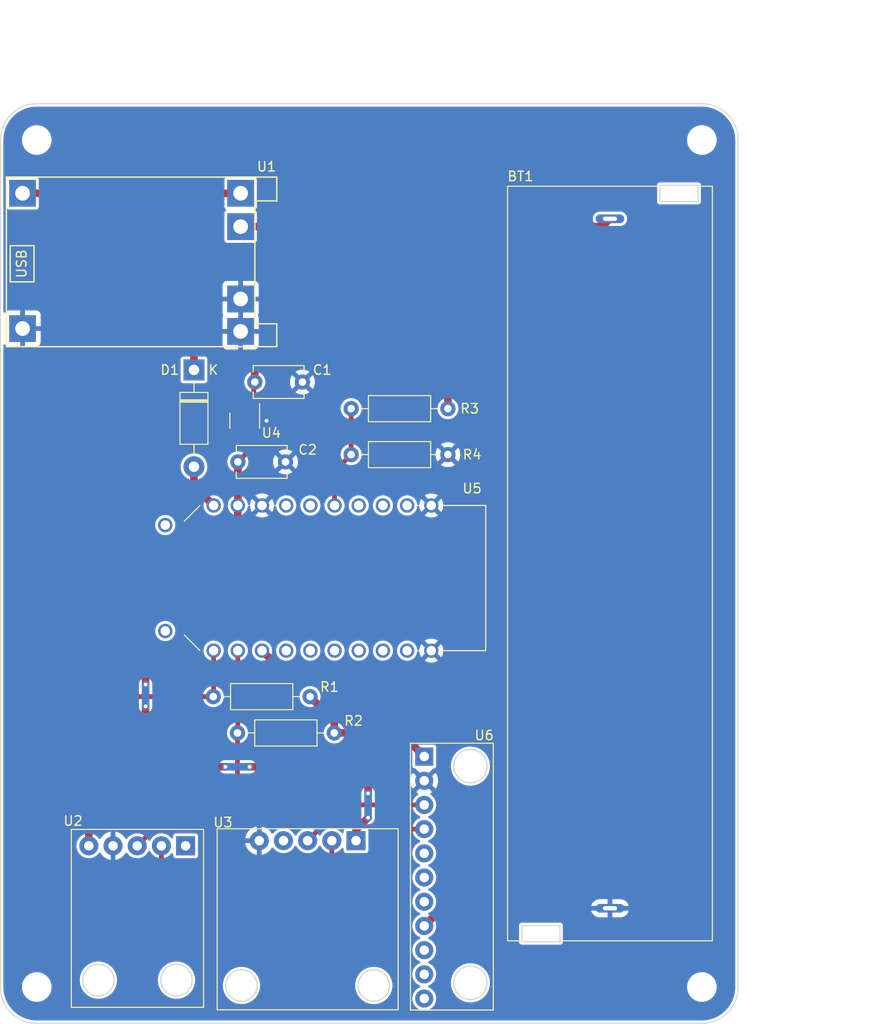
<source format=kicad_pcb>
(kicad_pcb (version 20211014) (generator pcbnew)
  (layers (0 "F.Cu" signal) (31 "B.Cu" power) (34 "B.Paste" user) (35 "F.Paste" user) (36 "B.SilkS" user "B.Silkscreen") (37 "F.SilkS" user "F.Silkscreen") (38 "B.Mask" user) (39 "F.Mask" user) (44 "Edge.Cuts" user))
  (net 0 "")
  (net 1 "VCC")
  (net 2 "GND")
  (net 3 "+3V0")
  (net 4 "Net-(D1-Pad1)")
  (net 5 "VBUS")
  (net 6 "/VBAT")
  (net 7 "/SDA")
  (net 8 "/SCL")
  (net 9 "Net-(R3-Pad2)")
  (net 15 "/INT1")
  (footprint "custom:MODULE_NRF52840-DONGLE" (layer "F.Cu") (at 111.76 99.314 180)
    (fp_text reference "U5" (at -21.59 9.398 180) (layer "F.SilkS"))
    (fp_text value "NRF52840-DONGLE")
    (fp_line (start -23.02 7.62) (end -18.65 7.62) (layer "F.SilkS") (width 0.127))
    (fp_line (start 6.985 7.62) (end 8.636 5.969) (layer "F.SilkS") (width 0.12))
    (fp_line (start -18.65 -7.62) (end -23.02 -7.62) (layer "F.SilkS") (width 0.127))
    (fp_line (start 6.985 -7.62) (end 8.636 -5.969) (layer "F.SilkS") (width 0.12))
    (fp_line (start -23.02 -7.62) (end -23.02 7.62) (layer "F.SilkS") (width 0.127))
    (pad "0.02" thru_hole circle (at -7.145 7.62 180) (size 1.508 1.508) (drill 1) (layers *.Cu *.Mask) (net 9 "Net-(R3-Pad2)"))
    (pad "0.09" thru_hole circle (at -12.225 -7.62 180) (size 1.508 1.508) (drill 1) (layers *.Cu *.Mask))
    (pad "0.10" thru_hole circle (at -14.765 -7.62 180) (size 1.508 1.508) (drill 1) (layers *.Cu *.Mask))
    (pad "0.13" thru_hole circle (at 5.555 -7.62 180) (size 1.508 1.508) (drill 1) (layers *.Cu *.Mask) (net 7 "/SDA"))
    (pad "0.15" thru_hole circle (at 3.015 -7.62 180) (size 1.508 1.508) (drill 1) (layers *.Cu *.Mask) (net 8 "/SCL"))
    (pad "0.17" thru_hole circle (at 0.475 -7.62 180) (size 1.508 1.508) (drill 1) (layers *.Cu *.Mask) (net 15 "/INT1"))
    (pad "0.20" thru_hole circle (at -2.065 -7.62 180) (size 1.508 1.508) (drill 1) (layers *.Cu *.Mask))
    (pad "0.22" thru_hole circle (at -4.605 -7.62 180) (size 1.508 1.508) (drill 1) (layers *.Cu *.Mask))
    (pad "0.24" thru_hole circle (at -7.145 -7.62 180) (size 1.508 1.508) (drill 1) (layers *.Cu *.Mask))
    (pad "0.29" thru_hole circle (at -4.605 7.62 180) (size 1.508 1.508) (drill 1) (layers *.Cu *.Mask))
    (pad "0.31" thru_hole circle (at -2.065 7.62 180) (size 1.508 1.508) (drill 1) (layers *.Cu *.Mask))
    (pad "1.00" thru_hole circle (at -9.685 -7.62 180) (size 1.508 1.508) (drill 1) (layers *.Cu *.Mask))
    (pad "1.10" thru_hole circle (at -14.765 7.62 180) (size 1.508 1.508) (drill 1) (layers *.Cu *.Mask))
    (pad "1.13" thru_hole circle (at -12.225 7.62 180) (size 1.508 1.508) (drill 1) (layers *.Cu *.Mask))
    (pad "1.15" thru_hole circle (at -9.685 7.62 180) (size 1.508 1.508) (drill 1) (layers *.Cu *.Mask))
    (pad "G1" thru_hole circle (at -17.305 -7.62 180) (size 1.508 1.508) (drill 1) (layers *.Cu *.Mask) (net 2 "GND"))
    (pad "G2" thru_hole circle (at -17.305 7.62 180) (size 1.508 1.508) (drill 1) (layers *.Cu *.Mask) (net 2 "GND"))
    (pad "G3" thru_hole circle (at 0.475 7.62 180) (size 1.508 1.508) (drill 1) (layers *.Cu *.Mask) (net 2 "GND"))
    (pad "OUT" thru_hole circle (at 3.015 7.62 180) (size 1.508 1.508) (drill 1) (layers *.Cu *.Mask) (net 3 "+3V0"))
    (pad "SWDCLK" thru_hole circle (at 10.635 5.56 180) (size 1.508 1.508) (drill 1) (layers *.Cu *.Mask))
    (pad "SWDIO" thru_hole circle (at 10.635 -5.56 180) (size 1.508 1.508) (drill 1) (layers *.Cu *.Mask))
    (pad "VBUS" thru_hole circle (at 5.555 7.62 180) (size 1.508 1.508) (drill 1) (layers *.Cu *.Mask) (net 5 "VBUS"))
  )
  (footprint "custom:TP4056-18650" (layer "F.Cu") (at 84.4395 57.2275)
    (fp_text reference "U1" (at 27.3205 -1.0935 180) (layer "F.SilkS"))
    (fp_text value "TP4056")
    (fp_text user "USB" (at 1.6 9.1 90) (layer "F.SilkS"))
    (fp_line (start 28.4 15.4) (end 28.4 15.7) (layer "F.SilkS") (width 0.15))
    (fp_line (start 26.1 2.5) (end 26.1 15.4) (layer "F.SilkS") (width 0.15))
    (fp_line (start 2.9 11) (end 0.4 11) (layer "F.SilkS") (width 0.15))
    (fp_line (start 0.4 7.2) (end 2.9 7.2) (layer "F.SilkS") (width 0.15))
    (fp_line (start 28.4 17.8) (end 0 17.8) (layer "F.SilkS") (width 0.15))
    (fp_line (start 26.3 0) (end 28.4 0) (layer "F.SilkS") (width 0.15))
    (fp_line (start 0 0) (end 26.3 0) (layer "F.SilkS") (width 0.15))
    (fp_line (start 28.4 0) (end 28.4 2.5) (layer "F.SilkS") (width 0.15))
    (fp_line (start 28.4 2.5) (end 26.1 2.5) (layer "F.SilkS") (width 0.15))
    (fp_line (start 28.4 15.7) (end 28.4 17.8) (layer "F.SilkS") (width 0.15))
    (fp_line (start 2.9 7.2) (end 2.9 11) (layer "F.SilkS") (width 0.15))
    (fp_line (start 26.1 15.4) (end 26.4 15.4) (layer "F.SilkS") (width 0.15))
    (fp_line (start 0 17.8) (end 0 0) (layer "F.SilkS") (width 0.15))
    (fp_line (start 26.3 15.4) (end 28.4 15.4) (layer "F.SilkS") (width 0.15))
    (fp_line (start 0.4 11) (end 0.4 7.3) (layer "F.SilkS") (width 0.15))
    (pad "1" thru_hole rect (at 1.7 1.7) (size 2.8 2.8) (drill 1.54) (layers *.Cu *.Mask) (net 4 "Net-(D1-Pad1)"))
    (pad "2" thru_hole rect (at 1.7 15.9) (size 2.8 2.8) (drill 1.54) (layers *.Cu *.Mask) (net 2 "GND"))
    (pad "3" thru_hole rect (at 24.6 1.7) (size 2.8 2.8) (drill 1.54) (layers *.Cu *.Mask) (net 1 "VCC"))
    (pad "4" thru_hole rect (at 24.6 5.2) (size 2.8 2.8) (drill 1.54) (layers *.Cu *.Mask) (net 6 "/VBAT"))
    (pad "5" thru_hole rect (at 24.6 12.8) (size 2.8 2.8) (drill 1.54) (layers *.Cu *.Mask) (net 2 "GND"))
    (pad "6" thru_hole rect (at 24.6 16.2) (size 2.8 2.8) (drill 1.54) (layers *.Cu *.Mask) (net 2 "GND"))
  )
  (footprint "Resistor_THT:R_Axial_DIN0207_L6.3mm_D2.5mm_P10.16mm_Horizontal" (layer "F.Cu") (at 130.81 81.534 180)
    (fp_text reference "R3" (at -2.286 0 180) (layer "F.SilkS"))
    (fp_text value "100k")
    (fp_line (start 8.35 1.37) (end 8.35 -1.37) (layer "F.SilkS") (width 0.12))
    (fp_line (start 9.12 0) (end 8.35 0) (layer "F.SilkS") (width 0.12))
    (fp_line (start 1.81 1.37) (end 8.35 1.37) (layer "F.SilkS") (width 0.12))
    (fp_line (start 8.35 -1.37) (end 1.81 -1.37) (layer "F.SilkS") (width 0.12))
    (fp_line (start 1.81 -1.37) (end 1.81 1.37) (layer "F.SilkS") (width 0.12))
    (fp_line (start 1.04 0) (end 1.81 0) (layer "F.SilkS") (width 0.12))
    (pad "1" thru_hole circle (at 0 0 180) (size 1.6 1.6) (drill 0.8) (layers *.Cu *.Mask) (net 6 "/VBAT"))
    (pad "2" thru_hole oval (at 10.16 0 180) (size 1.6 1.6) (drill 0.8) (layers *.Cu *.Mask) (net 9 "Net-(R3-Pad2)"))
  )
  (footprint "Resistor_THT:R_Axial_DIN0207_L6.3mm_D2.5mm_P10.16mm_Horizontal" (layer "F.Cu") (at 108.712 115.57)
    (fp_text reference "R2" (at 12.192 -1.27) (layer "F.SilkS"))
    (fp_text value "4.7k")
    (fp_line (start 8.35 1.37) (end 8.35 -1.37) (layer "F.SilkS") (width 0.12))
    (fp_line (start 1.81 -1.37) (end 1.81 1.37) (layer "F.SilkS") (width 0.12))
    (fp_line (start 1.81 1.37) (end 8.35 1.37) (layer "F.SilkS") (width 0.12))
    (fp_line (start 9.12 0) (end 8.35 0) (layer "F.SilkS") (width 0.12))
    (fp_line (start 8.35 -1.37) (end 1.81 -1.37) (layer "F.SilkS") (width 0.12))
    (fp_line (start 1.04 0) (end 1.81 0) (layer "F.SilkS") (width 0.12))
    (pad "1" thru_hole circle (at 0 0) (size 1.6 1.6) (drill 0.8) (layers *.Cu *.Mask) (net 8 "/SCL"))
    (pad "2" thru_hole oval (at 10.16 0) (size 1.6 1.6) (drill 0.8) (layers *.Cu *.Mask) (net 3 "+3V0"))
  )
  (footprint "custom:BH1750" (layer "F.Cu") (at 105.153 144.3675 180)
    (fp_text reference "U2" (at 13.713 19.569 unlocked) (layer "F.SilkS"))
    (fp_text value "BH1750")
    (fp_line (start 0 0) (end 0 18.669) (layer "F.SilkS") (width 0.12))
    (fp_line (start 13.9 0) (end 13.9 18.669) (layer "F.SilkS") (width 0.12))
    (fp_line (start 0 0) (end 13.9 0) (layer "F.SilkS") (width 0.12))
    (fp_line (start 0 18.669) (end 13.9 18.669) (layer "F.SilkS") (width 0.12))
    (fp_circle (center 11.05 2.85) (end 12.7 2.85) (layer "Edge.Cuts") (width 0.12) (fill none))
    (fp_circle (center 2.85 2.85) (end 4.5 2.85) (layer "Edge.Cuts") (width 0.12) (fill none))
    (pad "1" thru_hole rect (at 1.893 16.95 270) (size 2 2) (drill 1) (layers *.Cu *.Mask))
    (pad "2" thru_hole oval (at 4.433 16.95 270) (size 2 2) (drill 1) (layers *.Cu *.Mask) (net 7 "/SDA"))
    (pad "3" thru_hole oval (at 6.973 16.95 270) (size 2 2) (drill 1) (layers *.Cu *.Mask) (net 8 "/SCL"))
    (pad "4" thru_hole oval (at 9.513 16.95 270) (size 2 2) (drill 1) (layers *.Cu *.Mask) (net 2 "GND"))
    (pad "5" thru_hole oval (at 12.053 16.95 270) (size 2 2) (drill 1) (layers *.Cu *.Mask) (net 3 "+3V0"))
  )
  (footprint "MountingHole:MountingHole_2.5mm" (layer "F.Cu") (at 157.48 53.34)
    (fp_text reference "H2" hide)
    (fp_text value "MountingHole" hide)
    (pad "" np_thru_hole circle (at 0 0) (size 2.5 2.5) (drill 2.5) (layers *.Cu *.Mask))
  )
  (footprint "MountingHole:MountingHole_2.5mm" (layer "F.Cu") (at 87.63 142.24)
    (fp_text reference "H4" hide)
    (fp_text value "MountingHole" hide)
    (pad "" np_thru_hole circle (at 0 0) (size 2.5 2.5) (drill 2.5) (layers *.Cu *.Mask))
  )
  (footprint "Resistor_THT:R_Axial_DIN0207_L6.3mm_D2.5mm_P10.16mm_Horizontal" (layer "F.Cu") (at 130.81 86.36 180)
    (fp_text reference "R4" (at -2.54 0 180) (layer "F.SilkS"))
    (fp_text value "100k")
    (fp_line (start 9.12 0) (end 8.35 0) (layer "F.SilkS") (width 0.12))
    (fp_line (start 1.04 0) (end 1.81 0) (layer "F.SilkS") (width 0.12))
    (fp_line (start 8.35 -1.37) (end 1.81 -1.37) (layer "F.SilkS") (width 0.12))
    (fp_line (start 8.35 1.37) (end 8.35 -1.37) (layer "F.SilkS") (width 0.12))
    (fp_line (start 1.81 1.37) (end 8.35 1.37) (layer "F.SilkS") (width 0.12))
    (fp_line (start 1.81 -1.37) (end 1.81 1.37) (layer "F.SilkS") (width 0.12))
    (pad "1" thru_hole circle (at 0 0 180) (size 1.6 1.6) (drill 0.8) (layers *.Cu *.Mask) (net 2 "GND"))
    (pad "2" thru_hole oval (at 10.16 0 180) (size 1.6 1.6) (drill 0.8) (layers *.Cu *.Mask) (net 9 "Net-(R3-Pad2)"))
  )
  (footprint "Package_TO_SOT_SMD:SOT-23-5" (layer "F.Cu") (at 109.474 82.804 -90)
    (fp_text reference "U4" (at 1.27 -2.794 -180) (layer "F.SilkS"))
    (fp_text value "BU30TD3WG")
    (fp_line (start 0 -1.56) (end -1.8 -1.56) (layer "F.SilkS") (width 0.12))
    (fp_line (start 0 1.56) (end -0.8 1.56) (layer "F.SilkS") (width 0.12))
    (fp_line (start 0 -1.56) (end 0.8 -1.56) (layer "F.SilkS") (width 0.12))
    (fp_line (start 0 1.56) (end 0.8 1.56) (layer "F.SilkS") (width 0.12))
    (pad "1" smd roundrect (at -1.1375 -0.95 270) (size 1.325 0.6) (layers "F.Cu" "F.Paste" "F.Mask") (net 1 "VCC"))
    (pad "2" smd roundrect (at -1.1375 0 270) (size 1.325 0.6) (layers "F.Cu" "F.Paste" "F.Mask") (net 2 "GND"))
    (pad "3" smd roundrect (at -1.1375 0.95 270) (size 1.325 0.6) (layers "F.Cu" "F.Paste" "F.Mask") (net 1 "VCC"))
    (pad "4" smd roundrect (at 1.1375 0.95 270) (size 1.325 0.6) (layers "F.Cu" "F.Paste" "F.Mask"))
    (pad "5" smd roundrect (at 1.1375 -0.95 270) (size 1.325 0.6) (layers "F.Cu" "F.Paste" "F.Mask") (net 3 "+3V0"))
  )
  (footprint "custom:BME688" (layer "F.Cu") (at 116.078 135.128 180)
    (fp_text reference "U3" (at 8.89 10.16 unlocked) (layer "F.SilkS"))
    (fp_text value "BME688")
    (fp_line (start -9.5 -9.5) (end -9.5 9.5) (layer "F.SilkS") (width 0.12))
    (fp_line (start -9.5 9.5) (end 9.5 9.5) (layer "F.SilkS") (width 0.12))
    (fp_line (start -9.5 -9.5) (end 9.5 -9.5) (layer "F.SilkS") (width 0.12))
    (fp_line (start 9.5 -9.5) (end 9.5 9.5) (layer "F.SilkS") (width 0.12))
    (fp_circle (center 6.95 -6.95) (end 8.6 -6.95) (layer "Edge.Cuts") (width 0.12) (fill none))
    (fp_circle (center -6.95 -6.95) (end -5.3 -6.95) (layer "Edge.Cuts") (width 0.12) (fill none))
    (pad "1" thru_hole rect (at -5.08 8.25 270) (size 2 2) (drill 1) (layers *.Cu *.Mask) (net 3 "+3V0"))
    (pad "2" thru_hole oval (at -2.54 8.25 270) (size 2 2) (drill 1) (layers *.Cu *.Mask) (net 7 "/SDA"))
    (pad "3" thru_hole oval (at 0 8.25 270) (size 2 2) (drill 1) (layers *.Cu *.Mask) (net 8 "/SCL"))
    (pad "4" thru_hole oval (at 2.54 8.25 270) (size 2 2) (drill 1) (layers *.Cu *.Mask))
    (pad "5" thru_hole oval (at 5.08 8.25 270) (size 2 2) (drill 1) (layers *.Cu *.Mask) (net 2 "GND"))
  )
  (footprint "custom:KLS5-18650-005" (layer "F.Cu") (at 147.828 97.79 -90)
    (fp_text reference "BT1" (at -40.64 9.398 unlocked) (layer "F.SilkS"))
    (fp_text value "3.7V Li-ion")
    (fp_line (start -39.6 -10.75) (end 39.6 -10.75) (layer "F.SilkS") (width 0.12))
    (fp_line (start -39.6 10.75) (end 39.6 10.75) (layer "F.SilkS") (width 0.12))
    (fp_line (start 39.6 -10.75) (end 39.6 5.08) (layer "F.SilkS") (width 0.12))
    (fp_line (start -39.5986 -5.0546) (end -39.6 10.75) (layer "F.SilkS") (width 0.12))
    (fp_line (start -39.6 -10.75) (end -39.5986 -9.4234) (layer "F.SilkS") (width 0.12))
    (fp_line (start 39.6 9.398) (end 39.6 10.75) (layer "F.SilkS") (width 0.12))
    (fp_rect (start 39.7 9.25) (end 38 5.25) (layer "Edge.Cuts") (width 0.1) (fill none))
    (fp_rect (start -39.7 -9.25) (end -38 -5.25) (layer "Edge.Cuts") (width 0.1) (fill none))
    (pad "1" thru_hole oval (at -36.185 0 270) (size 0.9 3) (drill oval 0.45 1.5) (layers *.Cu *.Mask) (net 6 "/VBAT"))
    (pad "2" thru_hole oval (at 36.185 0 270) (size 0.9 3) (drill oval 0.45 1.5) (layers *.Cu *.Mask) (net 2 "GND"))
  )
  (footprint "Diode_THT:D_DO-41_SOD81_P10.16mm_Horizontal" (layer "F.Cu") (at 104.14 77.47 -90)
    (fp_text reference "D1" (at 0 2.54 180) (layer "F.SilkS"))
    (fp_text value "1N5817")
    (fp_text user "K" (at 0 -2.032 180) (layer "F.SilkS"))
    (fp_line (start 1.34 0) (end 2.36 0) (layer "F.SilkS") (width 0.12))
    (fp_line (start 7.8 1.47) (end 7.8 -1.47) (layer "F.SilkS") (width 0.12))
    (fp_line (start 3.14 -1.47) (end 3.14 1.47) (layer "F.SilkS") (width 0.12))
    (fp_line (start 2.36 -1.47) (end 2.36 1.47) (layer "F.SilkS") (width 0.12))
    (fp_line (start 3.38 -1.47) (end 3.38 1.47) (layer "F.SilkS") (width 0.12))
    (fp_line (start 3.26 -1.47) (end 3.26 1.47) (layer "F.SilkS") (width 0.12))
    (fp_line (start 2.36 1.47) (end 7.8 1.47) (layer "F.SilkS") (width 0.12))
    (fp_line (start 8.82 0) (end 7.8 0) (layer "F.SilkS") (width 0.12))
    (fp_line (start 7.8 -1.47) (end 2.36 -1.47) (layer "F.SilkS") (width 0.12))
    (pad "1" thru_hole rect (at 0 0 270) (size 2.2 2.2) (drill 1.1) (layers *.Cu *.Mask) (net 4 "Net-(D1-Pad1)"))
    (pad "2" thru_hole oval (at 10.16 0 270) (size 2.2 2.2) (drill 1.1) (layers *.Cu *.Mask) (net 5 "VBUS"))
  )
  (footprint "Capacitor_THT:C_Disc_D5.1mm_W3.2mm_P5.00mm" (layer "F.Cu") (at 108.752 87.122)
    (fp_text reference "C2" (at 7.326 -1.27 180) (layer "F.SilkS"))
    (fp_text value "1u")
    (fp_line (start -0.17 -1.721) (end 5.17 -1.721) (layer "F.SilkS") (width 0.12))
    (fp_line (start -0.17 1.055) (end -0.17 1.721) (layer "F.SilkS") (width 0.12))
    (fp_line (start -0.17 -1.721) (end -0.17 -1.055) (layer "F.SilkS") (width 0.12))
    (fp_line (start 5.17 1.055) (end 5.17 1.721) (layer "F.SilkS") (width 0.12))
    (fp_line (start -0.17 1.721) (end 5.17 1.721) (layer "F.SilkS") (width 0.12))
    (fp_line (start 5.17 -1.721) (end 5.17 -1.055) (layer "F.SilkS") (width 0.12))
    (pad "1" thru_hole circle (at 0 0) (size 1.6 1.6) (drill 0.8) (layers *.Cu *.Mask) (net 3 "+3V0"))
    (pad "2" thru_hole circle (at 5 0) (size 1.6 1.6) (drill 0.8) (layers *.Cu *.Mask) (net 2 "GND"))
  )
  (footprint "Resistor_THT:R_Axial_DIN0207_L6.3mm_D2.5mm_P10.16mm_Horizontal" (layer "F.Cu") (at 116.332 111.76 180)
    (fp_text reference "R1" (at -2.032 1.016) (layer "F.SilkS"))
    (fp_text value "4.7k")
    (fp_line (start 8.35 -1.37) (end 1.81 -1.37) (layer "F.SilkS") (width 0.12))
    (fp_line (start 9.12 0) (end 8.35 0) (layer "F.SilkS") (width 0.12))
    (fp_line (start 1.81 -1.37) (end 1.81 1.37) (layer "F.SilkS") (width 0.12))
    (fp_line (start 8.35 1.37) (end 8.35 -1.37) (layer "F.SilkS") (width 0.12))
    (fp_line (start 1.81 1.37) (end 8.35 1.37) (layer "F.SilkS") (width 0.12))
    (fp_line (start 1.04 0) (end 1.81 0) (layer "F.SilkS") (width 0.12))
    (pad "1" thru_hole circle (at 0 0 180) (size 1.6 1.6) (drill 0.8) (layers *.Cu *.Mask) (net 3 "+3V0"))
    (pad "2" thru_hole oval (at 10.16 0 180) (size 1.6 1.6) (drill 0.8) (layers *.Cu *.Mask) (net 7 "/SDA"))
  )
  (footprint "Capacitor_THT:C_Disc_D5.1mm_W3.2mm_P5.00mm" (layer "F.Cu") (at 110.53 78.74)
    (fp_text reference "C1" (at 7.072 -1.27 180) (layer "F.SilkS"))
    (fp_text value "1u")
    (fp_line (start -0.17 1.721) (end 5.17 1.721) (layer "F.SilkS") (width 0.12))
    (fp_line (start 5.17 -1.721) (end 5.17 -1.055) (layer "F.SilkS") (width 0.12))
    (fp_line (start -0.17 -1.721) (end 5.17 -1.721) (layer "F.SilkS") (width 0.12))
    (fp_line (start -0.17 -1.721) (end -0.17 -1.055) (layer "F.SilkS") (width 0.12))
    (fp_line (start 5.17 1.055) (end 5.17 1.721) (layer "F.SilkS") (width 0.12))
    (fp_line (start -0.17 1.055) (end -0.17 1.721) (layer "F.SilkS") (width 0.12))
    (pad "1" thru_hole circle (at 0 0) (size 1.6 1.6) (drill 0.8) (layers *.Cu *.Mask) (net 1 "VCC"))
    (pad "2" thru_hole circle (at 5 0) (size 1.6 1.6) (drill 0.8) (layers *.Cu *.Mask) (net 2 "GND"))
  )
  (footprint "MountingHole:MountingHole_2.5mm" (layer "F.Cu") (at 87.63 53.34)
    (fp_text reference "H1" hide)
    (fp_text value "MountingHole" hide)
    (pad "" np_thru_hole circle (at 0 0) (size 2.5 2.5) (drill 2.5) (layers *.Cu *.Mask))
  )
  (footprint "MountingHole:MountingHole_2.5mm" (layer "F.Cu") (at 157.48 142.24)
    (fp_text reference "H3" hide)
    (fp_text value "MountingHole" hide)
    (pad "" np_thru_hole circle (at 0 0) (size 2.5 2.5) (drill 2.5) (layers *.Cu *.Mask))
  )
  (footprint "custom:LIS3DH" (layer "F.Cu") (at 135.573 116.651 -90)
    (fp_text reference "U6" (at -0.827 0.953 unlocked) (layer "F.SilkS"))
    (fp_text value "LIS3DH")
    (fp_line (start 0 8.7) (end 28 8.7) (layer "F.SilkS") (width 0.12))
    (fp_line (start 28 8.7) (end 28 0) (layer "F.SilkS") (width 0.12))
    (fp_line (start 0 0) (end 0 8.7) (layer "F.SilkS") (width 0.12))
    (fp_line (start 0 0) (end 28 0) (layer "F.SilkS") (width 0.12))
    (fp_circle (center 2.4 2.4) (end 4.15 2.4) (layer "Edge.Cuts") (width 0.12) (fill none))
    (fp_circle (center 25.15 2.4) (end 26.9 2.4) (layer "Edge.Cuts") (width 0.12) (fill none))
    (pad "1" thru_hole rect (at 1.397 7.25) (size 1.9 1.9) (drill 1) (layers *.Cu *.Mask) (net 3 "+3V0"))
    (pad "2" thru_hole circle (at 3.937 7.25) (size 1.9 1.9) (drill 1) (layers *.Cu *.Mask) (net 2 "GND"))
    (pad "3" thru_hole circle (at 6.477 7.25) (size 1.9 1.9) (drill 1) (layers *.Cu *.Mask) (net 8 "/SCL"))
    (pad "4" thru_hole circle (at 9.017 7.25) (size 1.9 1.9) (drill 1) (layers *.Cu *.Mask) (net 7 "/SDA"))
    (pad "5" thru_hole circle (at 11.557 7.25) (size 1.9 1.9) (drill 1) (layers *.Cu *.Mask))
    (pad "6" thru_hole circle (at 14.097 7.25) (size 1.9 1.9) (drill 1) (layers *.Cu *.Mask))
    (pad "7" thru_hole circle (at 16.637 7.25) (size 1.9 1.9) (drill 1) (layers *.Cu *.Mask))
    (pad "8" thru_hole circle (at 19.177 7.25) (size 1.9 1.9) (drill 1) (layers *.Cu *.Mask) (net 15 "/INT1"))
    (pad "9" thru_hole circle (at 21.717 7.25) (size 1.9 1.9) (drill 1) (layers *.Cu *.Mask))
    (pad "10" thru_hole circle (at 24.257 7.25) (size 1.9 1.9) (drill 1) (layers *.Cu *.Mask))
    (pad "11" thru_hole circle (at 26.797 7.25) (size 1.9 1.9) (drill 1) (layers *.Cu *.Mask))
  )
  (gr_line (start 161.29 53.34) (end 161.29 142.24) (layer "Edge.Cuts") (width 0.1))
  (gr_line (start 157.48 146.05) (end 87.63 146.05) (layer "Edge.Cuts") (width 0.1))
  (gr_arc (start 157.48 49.53) (mid 160.174077 50.645923) (end 161.29 53.34) (layer "Edge.Cuts") (width 0.1))
  (gr_line (start 83.82 53.34) (end 83.82 142.24) (layer "Edge.Cuts") (width 0.1))
  (gr_arc (start 83.82 53.34) (mid 84.935923 50.645923) (end 87.63 49.53) (layer "Edge.Cuts") (width 0.1))
  (gr_line (start 157.48 49.53) (end 87.63 49.53) (layer "Edge.Cuts") (width 0.1))
  (gr_arc (start 87.63 146.05) (mid 84.935923 144.934077) (end 83.82 142.24) (layer "Edge.Cuts") (width 0.1))
  (gr_arc (start 161.29 142.24) (mid 160.174077 144.934077) (end 157.48 146.05) (layer "Edge.Cuts") (width 0.1))
  (segment (start 106.9345 58.9275) (end 105.41 60.452) (width 0.8) (layer "F.Cu") (net 1))
  (segment (start 105.41 74.422) (end 106.934 75.946) (width 0.8) (layer "F.Cu") (net 1))
  (segment (start 108.524 81.105472) (end 109.553472 80.076) (width 0.5) (layer "F.Cu") (net 1))
  (segment (start 109.553472 80.076) (end 110.424 80.076) (width 0.5) (layer "F.Cu") (net 1))
  (segment (start 108.524 81.6665) (end 108.524 81.105472) (width 0.5) (layer "F.Cu") (net 1))
  (segment (start 110.53 77.002) (end 110.53 78.74) (width 0.8) (layer "F.Cu") (net 1))
  (segment (start 109.0395 58.9275) (end 106.9345 58.9275) (width 0.8) (layer "F.Cu") (net 1))
  (segment (start 109.474 75.946) (end 110.53 77.002) (width 0.8) (layer "F.Cu") (net 1))
  (segment (start 105.41 60.452) (end 105.41 74.422) (width 0.8) (layer "F.Cu") (net 1))
  (segment (start 110.424 78.846) (end 110.53 78.74) (width 0.5) (layer "F.Cu") (net 1))
  (segment (start 110.424 81.6665) (end 110.424 80.076) (width 0.5) (layer "F.Cu") (net 1))
  (segment (start 106.934 75.946) (end 109.474 75.946) (width 0.8) (layer "F.Cu") (net 1))
  (segment (start 110.424 80.076) (end 110.424 78.846) (width 0.5) (layer "F.Cu") (net 1))
  (segment (start 109.474 82.296) (end 109.982 82.804) (width 0.5) (layer "F.Cu") (net 2))
  (segment (start 109.474 81.6665) (end 109.474 82.296) (width 0.5) (layer "F.Cu") (net 2))
  (segment (start 109.982 82.804) (end 111.76 82.804) (width 0.5) (layer "F.Cu") (net 2))
  (via (at 111.76 82.804) (size 0.8) (drill 0.4) (layers "F.Cu" "B.Cu") (net 2))
  (segment (start 99.06 112.776) (end 99.06 118.11) (width 0.8) (layer "F.Cu") (net 3))
  (segment (start 120.904 119.126) (end 122.428 120.65) (width 0.8) (layer "F.Cu") (net 3))
  (segment (start 108.752 87.122) (end 108.752 91.687) (width 0.8) (layer "F.Cu") (net 3))
  (segment (start 99.06 110.49) (end 99.06 98.044) (width 0.8) (layer "F.Cu") (net 3))
  (segment (start 121.158 115.57) (end 125.845 115.57) (width 0.8) (layer "F.Cu") (net 3))
  (segment (start 118.872 114.3) (end 116.332 111.76) (width 0.8) (layer "F.Cu") (net 3))
  (segment (start 122.428 124.46) (end 121.158 125.73) (width 0.8) (layer "F.Cu") (net 3))
  (segment (start 110.424 85.45) (end 108.752 87.122) (width 0.5) (layer "F.Cu") (net 3))
  (segment (start 122.428 120.65) (end 122.428 116.84) (width 0.8) (layer "F.Cu") (net 3))
  (segment (start 105.664 96.012) (end 108.745 92.931) (width 0.8) (layer "F.Cu") (net 3))
  (segment (start 93.1 127.4175) (end 93.1 124.07) (width 0.8) (layer "F.Cu") (net 3))
  (segment (start 108.745 92.931) (end 108.745 91.694) (width 0.8) (layer "F.Cu") (net 3))
  (segment (start 101.092 96.012) (end 105.664 96.012) (width 0.8) (layer "F.Cu") (net 3))
  (segment (start 118.872 115.57) (end 118.872 114.3) (width 0.8) (layer "F.Cu") (net 3))
  (segment (start 110.424 83.9415) (end 110.424 85.45) (width 0.5) (layer "F.Cu") (net 3))
  (segment (start 98.044 119.126) (end 107.442 119.126) (width 0.8) (layer "F.Cu") (net 3))
  (segment (start 118.872 115.57) (end 121.158 115.57) (width 0.8) (layer "F.Cu") (net 3))
  (segment (start 122.428 116.84) (end 121.158 115.57) (width 0.8) (layer "F.Cu") (net 3))
  (segment (start 122.428 121.92) (end 122.428 120.65) (width 0.8) (layer "F.Cu") (net 3))
  (segment (start 99.06 118.11) (end 98.044 119.126) (width 0.8) (layer "F.Cu") (net 3))
  (segment (start 125.845 115.57) (end 128.323 118.048) (width 0.8) (layer "F.Cu") (net 3))
  (segment (start 121.158 125.73) (end 121.158 126.878) (width 0.8) (layer "F.Cu") (net 3))
  (segment (start 109.982 119.126) (end 120.904 119.126) (width 0.8) (layer "F.Cu") (net 3))
  (segment (start 99.06 98.044) (end 101.092 96.012) (width 0.8) (layer "F.Cu") (net 3))
  (segment (start 93.1 124.07) (end 98.044 119.126) (width 0.8) (layer "F.Cu") (net 3))
  (segment (start 108.752 91.687) (end 108.745 91.694) (width 0.8) (layer "F.Cu") (net 3))
  (via (at 122.428 124.46) (size 0.8) (drill 0.4) (layers "F.Cu" "B.Cu") (net 3))
  (via (at 122.428 121.92) (size 0.8) (drill 0.4) (layers "F.Cu" "B.Cu") (net 3))
  (via (at 99.06 112.776) (size 0.8) (drill 0.4) (layers "F.Cu" "B.Cu") (net 3))
  (via (at 99.06 110.49) (size 0.8) (drill 0.4) (layers "F.Cu" "B.Cu") (net 3))
  (via (at 107.442 119.126) (size 0.8) (drill 0.4) (layers "F.Cu" "B.Cu") (net 3))
  (via (at 109.982 119.126) (size 0.8) (drill 0.4) (layers "F.Cu" "B.Cu") (net 3))
  (segment (start 122.428 124.46) (end 122.428 121.92) (width 0.8) (layer "B.Cu") (net 3))
  (segment (start 99.06 110.49) (end 99.06 112.776) (width 0.8) (layer "B.Cu") (net 3))
  (segment (start 107.442 119.126) (end 109.982 119.126) (width 0.8) (layer "B.Cu") (net 3))
  (segment (start 102.23 73.66) (end 91.948 73.66) (width 0.8) (layer "F.Cu") (net 4))
  (segment (start 90.424 59.944) (end 89.4075 58.9275) (width 0.8) (layer "F.Cu") (net 4))
  (segment (start 89.4075 58.9275) (end 86.1395 58.9275) (width 0.8) (layer "F.Cu") (net 4))
  (segment (start 90.424 72.136) (end 90.424 59.944) (width 0.8) (layer "F.Cu") (net 4))
  (segment (start 104.14 77.47) (end 104.14 75.57) (width 0.8) (layer "F.Cu") (net 4))
  (segment (start 104.14 75.57) (end 102.23 73.66) (width 0.8) (layer "F.Cu") (net 4))
  (segment (start 91.948 73.66) (end 90.424 72.136) (width 0.8) (layer "F.Cu") (net 4))
  (segment (start 104.14 87.63) (end 104.14 89.629) (width 0.8) (layer "F.Cu") (net 5))
  (segment (start 104.14 89.629) (end 106.205 91.694) (width 0.8) (layer "F.Cu") (net 5))
  (segment (start 147.0055 62.4275) (end 147.828 61.605) (width 0.8) (layer "F.Cu") (net 6))
  (segment (start 130.81 81.534) (end 130.81 65.532) (width 0.8) (layer "F.Cu") (net 6))
  (segment (start 130.81 65.532) (end 133.9145 62.4275) (width 0.8) (layer "F.Cu") (net 6))
  (segment (start 109.0395 62.4275) (end 133.9145 62.4275) (width 0.8) (layer "F.Cu") (net 6))
  (segment (start 133.9145 62.4275) (end 147.0055 62.4275) (width 0.8) (layer "F.Cu") (net 6))
  (segment (start 123.19 129.54) (end 124.714 128.016) (width 0.5) (layer "F.Cu") (net 7))
  (segment (start 106.205 106.934) (end 106.205 111.727) (width 0.5) (layer "F.Cu") (net 7))
  (segment (start 118.618 126.878) (end 118.618 128.292213) (width 0.5) (layer "F.Cu") (net 7))
  (segment (start 118.618 128.292213) (end 119.865787 129.54) (width 0.5) (layer "F.Cu") (net 7))
  (segment (start 89.916 113.284) (end 89.916 127.508) (width 0.5) (layer "F.Cu") (net 7))
  (segment (start 125.03 125.668) (end 128.323 125.668) (width 0.5) (layer "F.Cu") (net 7))
  (segment (start 106.172 111.76) (end 91.44 111.76) (width 0.5) (layer "F.Cu") (net 7))
  (segment (start 91.44 111.76) (end 89.916 113.284) (width 0.5) (layer "F.Cu") (net 7))
  (segment (start 119.865787 129.54) (end 123.19 129.54) (width 0.5) (layer "F.Cu") (net 7))
  (segment (start 100.72 128.831713) (end 101.428287 129.54) (width 0.5) (layer "F.Cu") (net 7))
  (segment (start 106.205 111.727) (end 106.172 111.76) (width 0.8) (layer "F.Cu") (net 7))
  (segment (start 124.714 125.984) (end 125.03 125.668) (width 0.5) (layer "F.Cu") (net 7))
  (segment (start 124.714 128.016) (end 124.714 125.984) (width 0.5) (layer "F.Cu") (net 7))
  (segment (start 100.72 127.4175) (end 100.72 128.831713) (width 0.5) (layer "F.Cu") (net 7))
  (segment (start 101.428287 129.54) (end 119.865787 129.54) (width 0.5) (layer "F.Cu") (net 7))
  (segment (start 91.948 129.54) (end 101.428287 129.54) (width 0.5) (layer "F.Cu") (net 7))
  (segment (start 89.916 127.508) (end 91.948 129.54) (width 0.5) (layer "F.Cu") (net 7))
  (segment (start 106.872 123.128) (end 102.4695 123.128) (width 0.5) (layer "F.Cu") (net 8))
  (segment (start 108.712 115.57) (end 108.712 121.288) (width 0.5) (layer "F.Cu") (net 8))
  (segment (start 119.828 123.128) (end 106.872 123.128) (width 0.5) (layer "F.Cu") (net 8))
  (segment (start 108.712 121.288) (end 106.872 123.128) (width 0.5) (layer "F.Cu") (net 8))
  (segment (start 108.745 106.934) (end 108.745 115.537) (width 0.5) (layer "F.Cu") (net 8))
  (segment (start 108.745 115.537) (end 108.712 115.57) (width 0.8) (layer "F.Cu") (net 8))
  (segment (start 119.828 123.128) (end 116.078 126.878) (width 0.5) (layer "F.Cu") (net 8))
  (segment (start 128.323 123.128) (end 119.828 123.128) (width 0.5) (layer "F.Cu") (net 8))
  (segment (start 102.4695 123.128) (end 98.18 127.4175) (width 0.5) (layer "F.Cu") (net 8))
  (segment (start 120.65 86.36) (end 118.905 88.105) (width 0.5) (layer "F.Cu") (net 9))
  (segment (start 118.905 91.694) (end 118.905 88.105) (width 0.5) (layer "F.Cu") (net 9))
  (segment (start 120.65 86.36) (end 120.65 81.534) (width 0.5) (layer "F.Cu") (net 9))
  (segment (start 130.556 133.595) (end 130.556 115.824) (width 0.8) (layer "F.Cu") (net 15))
  (segment (start 128.323 135.828) (end 130.556 133.595) (width 0.8) (layer "F.Cu") (net 15))
  (segment (start 123.952 109.22) (end 113.571 109.22) (width 0.8) (layer "F.Cu") (net 15))
  (segment (start 113.571 109.22) (end 111.285 106.934) (width 0.8) (layer "F.Cu") (net 15))
  (segment (start 130.556 115.824) (end 123.952 109.22) (width 0.8) (layer "F.Cu") (net 15))
  (zone (net 2) (net_name "GND") (layer "B.Cu") (connect_pads (clearance 0.3)) (min_thickness 0.25) (fill yes (thermal_gap 0.5) (thermal_bridge_width 0.5))
    (polygon (pts (xy 161.29 146.05) (xy 83.82 146.05) (xy 83.82 49.53) (xy 161.29 49.53)))
  )
)
</source>
